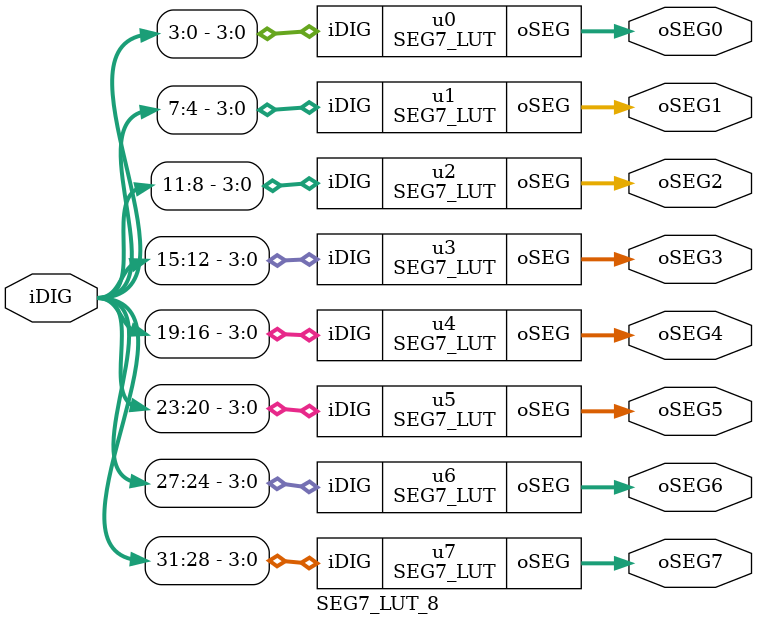
<source format=v>
module SEG7_LUT	(	oSEG,iDIG	);
input	[3:0]	iDIG;
output	[6:0]	oSEG;
reg		[6:0]	oSEG;

always @(*)
begin
		case(iDIG)
		4'h1: oSEG = 7'b1111001;	// ---t----
		4'h2: oSEG = 7'b0100100; 	// |	  |
		4'h3: oSEG = 7'b0110000; 	// lt	 rt
		4'h4: oSEG = 7'b0011001; 	// |	  |
		4'h5: oSEG = 7'b0010010; 	// ---m----
		4'h6: oSEG = 7'b0000010; 	// |	  |
		4'h7: oSEG = 7'b1111000; 	// lb	 rb
		4'h8: oSEG = 7'b0000000; 	// |	  |
		4'h9: oSEG = 7'b0011000; 	// ---b----
		4'ha: oSEG = 7'b0001000;
		4'hb: oSEG = 7'b0000011;
		4'hc: oSEG = 7'b1000110;
		4'hd: oSEG = 7'b0100001;
		4'he: oSEG = 7'b0000110;
		4'hf: oSEG = 7'b0001110;
		4'h0: oSEG = 7'b1000000;
		endcase
end

endmodule


module SEG7_LUT_8 (	oSEG0,oSEG1,oSEG2,oSEG3,oSEG4,oSEG5,oSEG6,oSEG7,iDIG );
input	[31:0]	iDIG;
output	[6:0]	oSEG0,oSEG1,oSEG2,oSEG3,oSEG4,oSEG5,oSEG6,oSEG7;

SEG7_LUT	u0	(	oSEG0,iDIG[3:0]		);
SEG7_LUT	u1	(	oSEG1,iDIG[7:4]		);
SEG7_LUT	u2	(	oSEG2,iDIG[11:8]	);
SEG7_LUT	u3	(	oSEG3,iDIG[15:12]	);
SEG7_LUT	u4	(	oSEG4,iDIG[19:16]	);
SEG7_LUT	u5	(	oSEG5,iDIG[23:20]	);
SEG7_LUT	u6	(	oSEG6,iDIG[27:24]	);
SEG7_LUT	u7	(	oSEG7,iDIG[31:28]	);

endmodule
</source>
